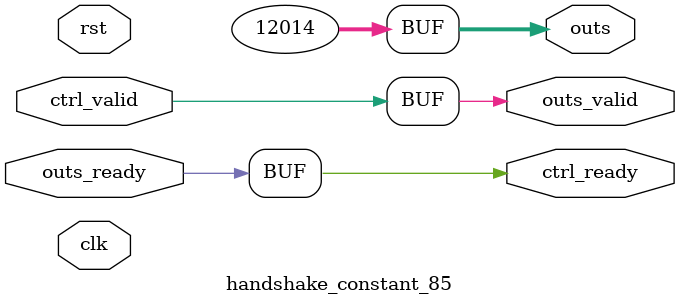
<source format=v>
`timescale 1ns / 1ps
module handshake_constant_85 #(
  parameter DATA_WIDTH = 32  // Default set to 32 bits
) (
  input                       clk,
  input                       rst,
  // Input Channel
  input                       ctrl_valid,
  output                      ctrl_ready,
  // Output Channel
  output [DATA_WIDTH - 1 : 0] outs,
  output                      outs_valid,
  input                       outs_ready
);
  assign outs       = 15'b010111011101110;
  assign outs_valid = ctrl_valid;
  assign ctrl_ready = outs_ready;

endmodule

</source>
